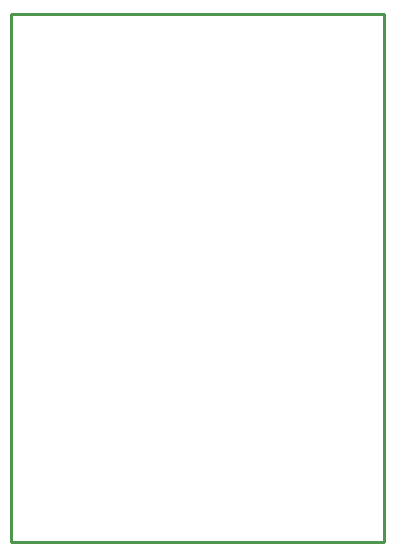
<source format=gm1>
G04*
G04 #@! TF.GenerationSoftware,Altium Limited,Altium Designer,24.4.1 (13)*
G04*
G04 Layer_Color=16711935*
%FSLAX25Y25*%
%MOIN*%
G70*
G04*
G04 #@! TF.SameCoordinates,70BA40AD-3E04-444A-AD5C-AF6B0887806A*
G04*
G04*
G04 #@! TF.FilePolarity,Positive*
G04*
G01*
G75*
%ADD32C,0.01000*%
D32*
X-115312Y-148000D02*
X9000D01*
X-115312Y28000D02*
X9000D01*
Y-148000D02*
Y28000D01*
X-115312Y-148000D02*
Y28000D01*
M02*

</source>
